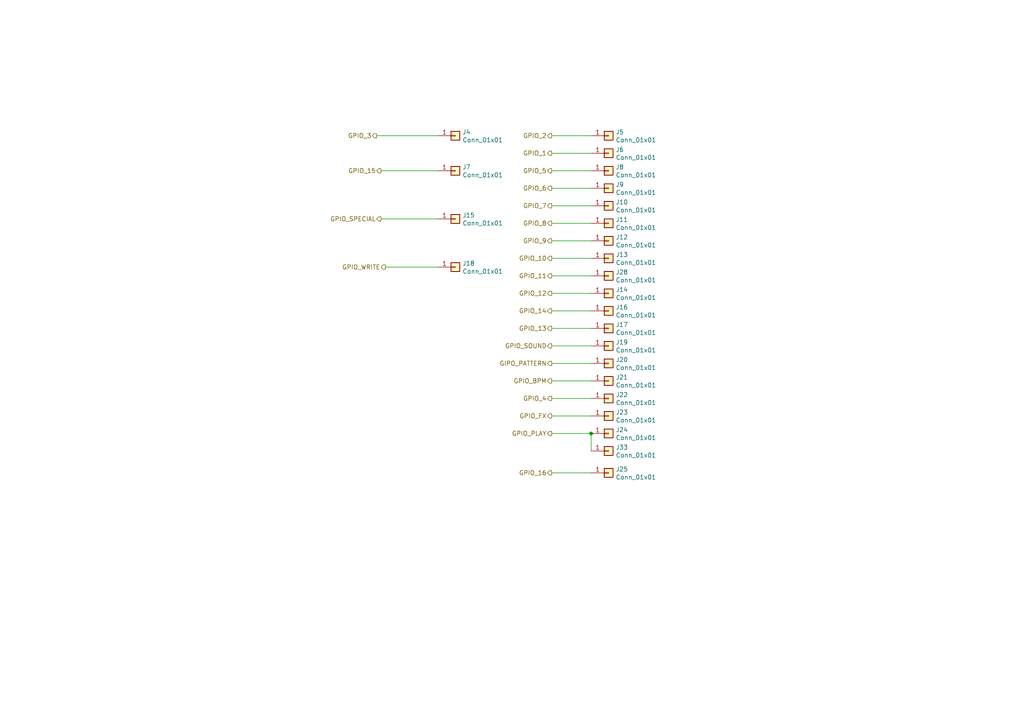
<source format=kicad_sch>
(kicad_sch (version 20211123) (generator eeschema)
  (paper "A4")
  (title_block (title "Pocket Operator MIDI Adapter") (rev "3.4") (company "Hanz Tech Inc"))
  (lib_symbols
    (symbol "Connector_Generic:Conn_01x01" (pin_names (offset 1.016) hide)
      (property "Reference" "J" (at 0 2.54 0))
      (property "Value" "Conn_01x01" (at 0 -2.54 0))
      (symbol "Conn_01x01_1_1"
        (rectangle (start -1.27 0.127) (end 0 -0.127) (stroke (width 0.1524)))
        (rectangle (start -1.27 1.27) (end 1.27 -1.27) (stroke (width 0.254)) (fill (type background)))
        (pin passive line (at -5.08 0 0) (length 3.81) (name "Pin_1") (number "1"))
      )
    )
  )
  (junction (at 171.45 125.73))
  (wire (pts (xy 160.02 120.65) (xy 171.45 120.65)))
  (wire (pts (xy 160.02 69.85) (xy 171.45 69.85)))
  (wire (pts (xy 171.45 125.73) (xy 171.45 130.81)))
  (wire (pts (xy 160.02 80.01) (xy 171.45 80.01)))
  (wire (pts (xy 127 39.37) (xy 109.22 39.37)))
  (wire (pts (xy 127 63.5) (xy 110.49 63.5)))
  (wire (pts (xy 160.02 64.77) (xy 171.45 64.77)))
  (wire (pts (xy 160.02 110.49) (xy 171.45 110.49)))
  (wire (pts (xy 127 77.47) (xy 111.76 77.47)))
  (wire (pts (xy 160.02 137.16) (xy 171.45 137.16)))
  (wire (pts (xy 160.02 115.57) (xy 171.45 115.57)))
  (wire (pts (xy 171.45 39.37) (xy 160.02 39.37)))
  (wire (pts (xy 160.02 125.73) (xy 171.45 125.73)))
  (wire (pts (xy 160.02 54.61) (xy 171.45 54.61)))
  (wire (pts (xy 160.02 100.33) (xy 171.45 100.33)))
  (wire (pts (xy 160.02 49.53) (xy 171.45 49.53)))
  (wire (pts (xy 160.02 59.69) (xy 171.45 59.69)))
  (wire (pts (xy 160.02 44.45) (xy 171.45 44.45)))
  (wire (pts (xy 160.02 85.09) (xy 171.45 85.09)))
  (wire (pts (xy 160.02 95.25) (xy 171.45 95.25)))
  (wire (pts (xy 160.02 105.41) (xy 171.45 105.41)))
  (wire (pts (xy 160.02 74.93) (xy 171.45 74.93)))
  (wire (pts (xy 160.02 90.17) (xy 171.45 90.17)))
  (wire (pts (xy 127 49.53) (xy 110.49 49.53)))
  (hierarchical_label "GIPO_PATTERN" (shape output) (at 160.02 105.41 180))
  (hierarchical_label "GPIO_14" (shape output) (at 160.02 90.17 180))
  (hierarchical_label "GPIO_WRITE" (shape output) (at 111.76 77.47 180))
  (hierarchical_label "GPIO_5" (shape output) (at 160.02 49.53 180))
  (hierarchical_label "GPIO_7" (shape output) (at 160.02 59.69 180))
  (hierarchical_label "GPIO_6" (shape output) (at 160.02 54.61 180))
  (hierarchical_label "GPIO_FX" (shape output) (at 160.02 120.65 180))
  (hierarchical_label "GPIO_BPM" (shape output) (at 160.02 110.49 180))
  (hierarchical_label "GPIO_1" (shape output) (at 160.02 44.45 180))
  (hierarchical_label "GPIO_12" (shape output) (at 160.02 85.09 180))
  (hierarchical_label "GPIO_3" (shape output) (at 109.22 39.37 180))
  (hierarchical_label "GPIO_9" (shape output) (at 160.02 69.85 180))
  (hierarchical_label "GPIO_15" (shape output) (at 110.49 49.53 180))
  (hierarchical_label "GPIO_SPECIAL" (shape output) (at 110.49 63.5 180))
  (hierarchical_label "GPIO_10" (shape output) (at 160.02 74.93 180))
  (hierarchical_label "GPIO_2" (shape output) (at 160.02 39.37 180))
  (hierarchical_label "GPIO_13" (shape output) (at 160.02 95.25 180))
  (hierarchical_label "GPIO_16" (shape output) (at 160.02 137.16 180))
  (hierarchical_label "GPIO_11" (shape output) (at 160.02 80.01 180))
  (hierarchical_label "GPIO_8" (shape output) (at 160.02 64.77 180))
  (hierarchical_label "GPIO_4" (shape output) (at 160.02 115.57 180))
  (hierarchical_label "GPIO_PLAY" (shape output) (at 160.02 125.73 180))
  (hierarchical_label "GPIO_SOUND" (shape output) (at 160.02 100.33 180))
  (symbol (lib_id "Connector_Generic:Conn_01x01") (at 176.53 39.37 0) (unit 1)
    (property "Reference" "J5" (at 178.562 38.3032 0) (effects (justify left)))
    (property "Value" "Conn_01x01" (at 178.562 40.6146 0) (effects (justify left)))
    (property "Footprint" "Connector_Pin:Pin_D1.0mm_L10.0mm" (effects hide))
  )
  (symbol (lib_id "Connector_Generic:Conn_01x01") (at 176.53 44.45 0) (unit 1)
    (property "Reference" "J6" (at 178.562 43.3832 0) (effects (justify left)))
    (property "Value" "Conn_01x01" (at 178.562 45.6946 0) (effects (justify left)))
    (property "Footprint" "Connector_Pin:Pin_D1.0mm_L10.0mm" (effects hide))
  )
  (symbol (lib_id "Connector_Generic:Conn_01x01") (at 176.53 49.53 0) (unit 1)
    (property "Reference" "J8" (at 178.562 48.4632 0) (effects (justify left)))
    (property "Value" "Conn_01x01" (at 178.562 50.7746 0) (effects (justify left)))
    (property "Footprint" "Connector_Pin:Pin_D1.0mm_L10.0mm" (effects hide))
  )
  (symbol (lib_id "Connector_Generic:Conn_01x01") (at 176.53 54.61 0) (unit 1)
    (property "Reference" "J9" (at 178.562 53.5432 0) (effects (justify left)))
    (property "Value" "Conn_01x01" (at 178.562 55.8546 0) (effects (justify left)))
    (property "Footprint" "Connector_Pin:Pin_D1.0mm_L10.0mm" (effects hide))
  )
  (symbol (lib_id "Connector_Generic:Conn_01x01") (at 176.53 59.69 0) (unit 1)
    (property "Reference" "J10" (at 178.562 58.6232 0) (effects (justify left)))
    (property "Value" "Conn_01x01" (at 178.562 60.9346 0) (effects (justify left)))
    (property "Footprint" "Connector_Pin:Pin_D1.0mm_L10.0mm" (effects hide))
  )
  (symbol (lib_id "Connector_Generic:Conn_01x01") (at 176.53 64.77 0) (unit 1)
    (property "Reference" "J11" (at 178.562 63.7032 0) (effects (justify left)))
    (property "Value" "Conn_01x01" (at 178.562 66.0146 0) (effects (justify left)))
    (property "Footprint" "Connector_Pin:Pin_D1.0mm_L10.0mm" (effects hide))
  )
  (symbol (lib_id "Connector_Generic:Conn_01x01") (at 176.53 69.85 0) (unit 1)
    (property "Reference" "J12" (at 178.562 68.7832 0) (effects (justify left)))
    (property "Value" "Conn_01x01" (at 178.562 71.0946 0) (effects (justify left)))
    (property "Footprint" "Connector_Pin:Pin_D1.0mm_L10.0mm" (effects hide))
  )
  (symbol (lib_id "Connector_Generic:Conn_01x01") (at 176.53 74.93 0) (unit 1)
    (property "Reference" "J13" (at 178.562 73.8632 0) (effects (justify left)))
    (property "Value" "Conn_01x01" (at 178.562 76.1746 0) (effects (justify left)))
    (property "Footprint" "Connector_Pin:Pin_D1.0mm_L10.0mm" (effects hide))
  )
  (symbol (lib_id "Connector_Generic:Conn_01x01") (at 176.53 80.01 0) (unit 1)
    (property "Reference" "J28" (at 178.562 78.9432 0) (effects (justify left)))
    (property "Value" "Conn_01x01" (at 178.562 81.2546 0) (effects (justify left)))
    (property "Footprint" "Connector_Pin:Pin_D1.0mm_L10.0mm" (effects hide))
  )
  (symbol (lib_id "Connector_Generic:Conn_01x01") (at 176.53 85.09 0) (unit 1)
    (property "Reference" "J14" (at 178.562 84.0232 0) (effects (justify left)))
    (property "Value" "Conn_01x01" (at 178.562 86.3346 0) (effects (justify left)))
    (property "Footprint" "Connector_Pin:Pin_D1.0mm_L10.0mm" (effects hide))
  )
  (symbol (lib_id "Connector_Generic:Conn_01x01") (at 176.53 90.17 0) (unit 1)
    (property "Reference" "J16" (at 178.562 89.1032 0) (effects (justify left)))
    (property "Value" "Conn_01x01" (at 178.562 91.4146 0) (effects (justify left)))
    (property "Footprint" "Connector_Pin:Pin_D1.0mm_L10.0mm" (effects hide))
  )
  (symbol (lib_id "Connector_Generic:Conn_01x01") (at 176.53 95.25 0) (unit 1)
    (property "Reference" "J17" (at 178.562 94.1832 0) (effects (justify left)))
    (property "Value" "Conn_01x01" (at 178.562 96.4946 0) (effects (justify left)))
    (property "Footprint" "Connector_Pin:Pin_D1.0mm_L10.0mm" (effects hide))
  )
  (symbol (lib_id "Connector_Generic:Conn_01x01") (at 176.53 100.33 0) (unit 1)
    (property "Reference" "J19" (at 178.562 99.2632 0) (effects (justify left)))
    (property "Value" "Conn_01x01" (at 178.562 101.5746 0) (effects (justify left)))
    (property "Footprint" "Connector_Pin:Pin_D1.0mm_L10.0mm" (effects hide))
  )
  (symbol (lib_id "Connector_Generic:Conn_01x01") (at 176.53 105.41 0) (unit 1)
    (property "Reference" "J20" (at 178.562 104.3432 0) (effects (justify left)))
    (property "Value" "Conn_01x01" (at 178.562 106.6546 0) (effects (justify left)))
    (property "Footprint" "Connector_Pin:Pin_D1.0mm_L10.0mm" (effects hide))
  )
  (symbol (lib_id "Connector_Generic:Conn_01x01") (at 176.53 110.49 0) (unit 1)
    (property "Reference" "J21" (at 178.562 109.4232 0) (effects (justify left)))
    (property "Value" "Conn_01x01" (at 178.562 111.7346 0) (effects (justify left)))
    (property "Footprint" "Connector_Pin:Pin_D1.0mm_L10.0mm" (effects hide))
  )
  (symbol (lib_id "Connector_Generic:Conn_01x01") (at 176.53 115.57 0) (unit 1)
    (property "Reference" "J22" (at 178.562 114.5032 0) (effects (justify left)))
    (property "Value" "Conn_01x01" (at 178.562 116.8146 0) (effects (justify left)))
    (property "Footprint" "Connector_Pin:Pin_D1.0mm_L10.0mm" (effects hide))
  )
  (symbol (lib_id "Connector_Generic:Conn_01x01") (at 176.53 120.65 0) (unit 1)
    (property "Reference" "J23" (at 178.562 119.5832 0) (effects (justify left)))
    (property "Value" "Conn_01x01" (at 178.562 121.8946 0) (effects (justify left)))
    (property "Footprint" "Connector_Pin:Pin_D1.0mm_L10.0mm" (effects hide))
  )
  (symbol (lib_id "Connector_Generic:Conn_01x01") (at 176.53 125.73 0) (unit 1)
    (property "Reference" "J24" (at 178.562 124.6632 0) (effects (justify left)))
    (property "Value" "Conn_01x01" (at 178.562 126.9746 0) (effects (justify left)))
    (property "Footprint" "Connector_Pin:Pin_D1.0mm_L10.0mm" (effects hide))
  )
  (symbol (lib_id "Connector_Generic:Conn_01x01") (at 176.53 137.16 0) (unit 1)
    (property "Reference" "J25" (at 178.562 136.0932 0) (effects (justify left)))
    (property "Value" "Conn_01x01" (at 178.562 138.4046 0) (effects (justify left)))
    (property "Footprint" "Connector_Pin:Pin_D1.0mm_L10.0mm" (effects hide))
  )
  (symbol (lib_id "Connector_Generic:Conn_01x01") (at 132.08 39.37 0) (unit 1)
    (property "Reference" "J4" (at 134.112 38.3032 0) (effects (justify left)))
    (property "Value" "Conn_01x01" (at 134.112 40.6146 0) (effects (justify left)))
    (property "Footprint" "Connector_Pin:Pin_D1.0mm_L10.0mm" (effects hide))
  )
  (symbol (lib_id "Connector_Generic:Conn_01x01") (at 132.08 49.53 0) (unit 1)
    (property "Reference" "J7" (at 134.112 48.4632 0) (effects (justify left)))
    (property "Value" "Conn_01x01" (at 134.112 50.7746 0) (effects (justify left)))
    (property "Footprint" "Connector_Pin:Pin_D1.0mm_L10.0mm" (effects hide))
  )
  (symbol (lib_id "Connector_Generic:Conn_01x01") (at 132.08 63.5 0) (unit 1)
    (property "Reference" "J15" (at 134.112 62.4332 0) (effects (justify left)))
    (property "Value" "Conn_01x01" (at 134.112 64.7446 0) (effects (justify left)))
    (property "Footprint" "Connector_Pin:Pin_D1.0mm_L10.0mm" (effects hide))
  )
  (symbol (lib_id "Connector_Generic:Conn_01x01") (at 132.08 77.47 0) (unit 1)
    (property "Reference" "J18" (at 134.112 76.4032 0) (effects (justify left)))
    (property "Value" "Conn_01x01" (at 134.112 78.7146 0) (effects (justify left)))
    (property "Footprint" "Connector_Pin:Pin_D1.0mm_L10.0mm" (effects hide))
  )
  (symbol (lib_id "Connector_Generic:Conn_01x01") (at 176.53 130.81 0) (unit 1)
    (property "Reference" "J33" (at 178.562 129.7432 0) (effects (justify left)))
    (property "Value" "Conn_01x01" (at 178.562 132.0546 0) (effects (justify left)))
    (property "Footprint" "Connector_Pin:Pin_D1.0mm_L10.0mm" (effects hide))
  )
)
</source>
